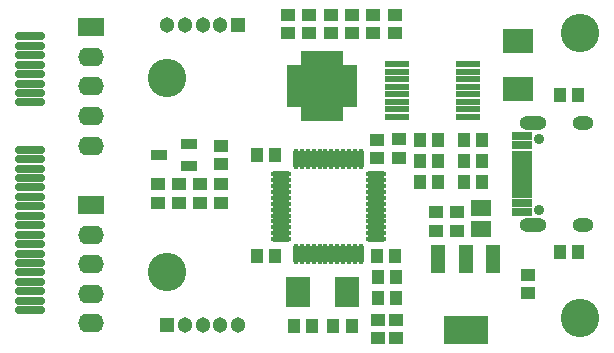
<source format=gts>
G04*
G04 #@! TF.GenerationSoftware,Altium Limited,Altium Designer,19.0.4 (130)*
G04*
G04 Layer_Color=8388736*
%FSLAX25Y25*%
%MOIN*%
G70*
G01*
G75*
G04:AMPARAMS|DCode=25|XSize=23.62mil|YSize=100.39mil|CornerRadius=0mil|HoleSize=0mil|Usage=FLASHONLY|Rotation=270.000|XOffset=0mil|YOffset=0mil|HoleType=Round|Shape=Octagon|*
%AMOCTAGOND25*
4,1,8,0.05020,0.00591,0.05020,-0.00591,0.04429,-0.01181,-0.04429,-0.01181,-0.05020,-0.00591,-0.05020,0.00591,-0.04429,0.01181,0.04429,0.01181,0.05020,0.00591,0.0*
%
%ADD25OCTAGOND25*%

G04:AMPARAMS|DCode=26|XSize=23.62mil|YSize=100.39mil|CornerRadius=0mil|HoleSize=0mil|Usage=FLASHONLY|Rotation=270.000|XOffset=0mil|YOffset=0mil|HoleType=Round|Shape=Octagon|*
%AMOCTAGOND26*
4,1,8,0.05020,0.00591,0.05020,-0.00591,0.04429,-0.01181,-0.04429,-0.01181,-0.05020,-0.00591,-0.05020,0.00591,-0.04429,0.01181,0.04429,0.01181,0.05020,0.00591,0.0*
%
%ADD26OCTAGOND26*%

%ADD36R,0.04737X0.09461*%
%ADD37R,0.14580X0.09461*%
%ADD38R,0.04461X0.04658*%
%ADD39R,0.04658X0.04461*%
%ADD40R,0.05721X0.03556*%
%ADD41O,0.06902X0.01784*%
%ADD42O,0.01784X0.06902*%
%ADD43R,0.06509X0.03162*%
%ADD44R,0.06509X0.01981*%
%ADD45R,0.08280X0.10249*%
%ADD46R,0.07900X0.02400*%
%ADD47R,0.10249X0.08280*%
%ADD48R,0.13989X0.13989*%
%ADD49R,0.01981X0.04737*%
%ADD50R,0.04737X0.01981*%
%ADD51R,0.06587X0.05367*%
%ADD52O,0.08674X0.06312*%
%ADD53R,0.08674X0.06312*%
%ADD54C,0.12800*%
%ADD55C,0.05131*%
%ADD56R,0.05131X0.05131*%
%ADD57C,0.03556*%
%ADD58O,0.07099X0.04737*%
%ADD59O,0.09068X0.04737*%
D25*
X5756Y105383D02*
D03*
Y83336D02*
D03*
Y102234D02*
D03*
Y99084D02*
D03*
Y95935D02*
D03*
Y92785D02*
D03*
Y89635D02*
D03*
Y86486D02*
D03*
Y58174D02*
D03*
X5856Y51875D02*
D03*
Y45576D02*
D03*
Y48726D02*
D03*
Y55025D02*
D03*
X5756Y39277D02*
D03*
Y32978D02*
D03*
Y36127D02*
D03*
Y42426D02*
D03*
Y26678D02*
D03*
Y20379D02*
D03*
Y23529D02*
D03*
Y29828D02*
D03*
Y17230D02*
D03*
Y14080D02*
D03*
D26*
Y67623D02*
D03*
Y61324D02*
D03*
Y64474D02*
D03*
D36*
X160118Y31102D02*
D03*
X151063D02*
D03*
X142008D02*
D03*
D37*
X151063Y7480D02*
D03*
D38*
X121724Y25165D02*
D03*
X127787D02*
D03*
X113063Y8744D02*
D03*
X107000D02*
D03*
X81433Y65858D02*
D03*
X87496D02*
D03*
X121590Y32126D02*
D03*
X127654D02*
D03*
X135945Y63882D02*
D03*
X142008D02*
D03*
X93748Y8744D02*
D03*
X99811D02*
D03*
X188693Y85803D02*
D03*
X182630D02*
D03*
Y33465D02*
D03*
X188693D02*
D03*
X135913Y70945D02*
D03*
X141976D02*
D03*
X156567Y70945D02*
D03*
X150504D02*
D03*
X81433Y32126D02*
D03*
X87496D02*
D03*
X156598Y63846D02*
D03*
X150535D02*
D03*
X121811Y18205D02*
D03*
X127874D02*
D03*
X156598Y56787D02*
D03*
X150535D02*
D03*
X141827D02*
D03*
X135764D02*
D03*
D39*
X62625Y56055D02*
D03*
Y49992D02*
D03*
X55608Y49992D02*
D03*
Y56055D02*
D03*
X69642Y56055D02*
D03*
Y49992D02*
D03*
X69606Y68906D02*
D03*
Y62843D02*
D03*
X121543Y64928D02*
D03*
Y70991D02*
D03*
X127969Y4866D02*
D03*
Y10929D02*
D03*
X121811Y10929D02*
D03*
Y4866D02*
D03*
X148150Y40630D02*
D03*
Y46693D02*
D03*
X106119Y106465D02*
D03*
Y112528D02*
D03*
X171811Y25866D02*
D03*
Y19803D02*
D03*
X128772Y71043D02*
D03*
Y64980D02*
D03*
X91909Y106465D02*
D03*
Y112528D02*
D03*
X99014Y106465D02*
D03*
Y112528D02*
D03*
X127433Y106465D02*
D03*
Y112528D02*
D03*
X113224Y112528D02*
D03*
Y106465D02*
D03*
X141220Y46693D02*
D03*
Y40630D02*
D03*
X48591Y56055D02*
D03*
Y49992D02*
D03*
X120328Y106465D02*
D03*
Y112528D02*
D03*
D40*
X58866Y62134D02*
D03*
Y69614D02*
D03*
X49024Y65874D02*
D03*
D41*
X89500Y37764D02*
D03*
Y39732D02*
D03*
Y41701D02*
D03*
Y43669D02*
D03*
Y45638D02*
D03*
Y47606D02*
D03*
Y49575D02*
D03*
Y51543D02*
D03*
Y53512D02*
D03*
Y55480D02*
D03*
Y57449D02*
D03*
Y59417D02*
D03*
X121193D02*
D03*
Y57449D02*
D03*
Y55480D02*
D03*
Y53512D02*
D03*
Y51543D02*
D03*
Y49575D02*
D03*
Y47606D02*
D03*
Y45638D02*
D03*
Y43669D02*
D03*
Y41701D02*
D03*
Y39732D02*
D03*
Y37764D02*
D03*
D42*
X94520Y64437D02*
D03*
X96488D02*
D03*
X98457D02*
D03*
X100425D02*
D03*
X102394D02*
D03*
X104362D02*
D03*
X106331D02*
D03*
X108299D02*
D03*
X110268D02*
D03*
X112236D02*
D03*
X114205D02*
D03*
X116173D02*
D03*
Y32744D02*
D03*
X114205D02*
D03*
X112236D02*
D03*
X110268D02*
D03*
X108299D02*
D03*
X106331D02*
D03*
X104362D02*
D03*
X102394D02*
D03*
X100425D02*
D03*
X98457D02*
D03*
X96488D02*
D03*
X94520D02*
D03*
D43*
X169990Y72063D02*
D03*
Y69031D02*
D03*
Y49740D02*
D03*
Y46689D02*
D03*
D44*
Y66275D02*
D03*
Y64307D02*
D03*
Y62338D02*
D03*
Y60370D02*
D03*
Y58401D02*
D03*
Y56433D02*
D03*
X169992Y54465D02*
D03*
X169990Y52496D02*
D03*
D45*
X111409Y20079D02*
D03*
X95268D02*
D03*
D46*
X128339Y96159D02*
D03*
Y93659D02*
D03*
Y91159D02*
D03*
Y88659D02*
D03*
Y86159D02*
D03*
Y83659D02*
D03*
Y81159D02*
D03*
Y78659D02*
D03*
X151961D02*
D03*
Y81159D02*
D03*
Y83659D02*
D03*
Y86159D02*
D03*
Y88659D02*
D03*
Y91159D02*
D03*
Y93660D02*
D03*
Y96159D02*
D03*
D47*
X168579Y87748D02*
D03*
Y103890D02*
D03*
D48*
X103189Y88898D02*
D03*
D49*
X109095Y79646D02*
D03*
X107126D02*
D03*
X105157D02*
D03*
X103189D02*
D03*
X101221D02*
D03*
X99252D02*
D03*
X97284D02*
D03*
Y98150D02*
D03*
X99252D02*
D03*
X101221D02*
D03*
X103189D02*
D03*
X105157D02*
D03*
X107126D02*
D03*
X109095D02*
D03*
D50*
X93937Y82992D02*
D03*
Y84961D02*
D03*
Y86929D02*
D03*
Y88898D02*
D03*
Y90866D02*
D03*
Y92835D02*
D03*
Y94803D02*
D03*
X112441D02*
D03*
Y92835D02*
D03*
Y90866D02*
D03*
Y88898D02*
D03*
Y86929D02*
D03*
Y84961D02*
D03*
Y82992D02*
D03*
D51*
X156102Y48071D02*
D03*
Y41063D02*
D03*
D52*
X26236Y68992D02*
D03*
Y78835D02*
D03*
Y88677D02*
D03*
Y98520D02*
D03*
Y39291D02*
D03*
Y29449D02*
D03*
Y19606D02*
D03*
Y9764D02*
D03*
D53*
Y108362D02*
D03*
Y49134D02*
D03*
D54*
X51575Y91339D02*
D03*
Y26772D02*
D03*
X189163Y106650D02*
D03*
X189124Y11372D02*
D03*
D55*
X57543Y109055D02*
D03*
X69354D02*
D03*
X63449D02*
D03*
X51638D02*
D03*
X69354Y9055D02*
D03*
X57543D02*
D03*
X63449D02*
D03*
X75260D02*
D03*
D56*
X75260Y109055D02*
D03*
X51638Y9055D02*
D03*
D57*
X175679Y71118D02*
D03*
Y47653D02*
D03*
D58*
X190049Y76394D02*
D03*
Y42378D02*
D03*
D59*
X173592Y76394D02*
D03*
Y42378D02*
D03*
M02*

</source>
